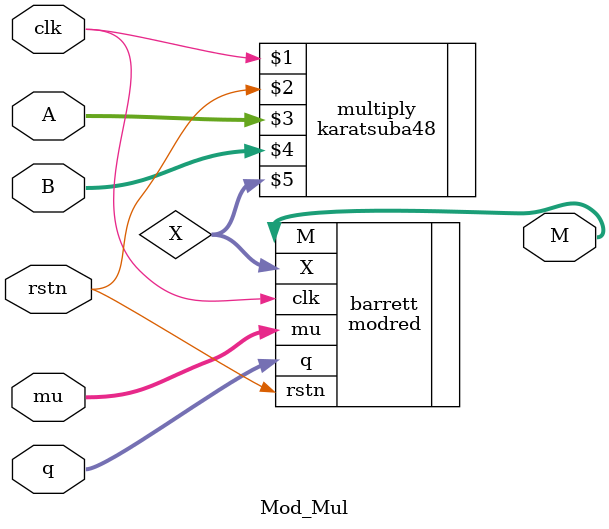
<source format=v>
`timescale 1ns / 1ps


module Mod_Mul
    #(parameter BW = 48)
    (
        input clk,
        input rstn,
        input [BW - 1:0] A,  // Operand A
        input [BW - 1:0] B,  // Operand B
        input [BW - 1:0] q,
        input [BW + 1:0] mu,
        output [BW - 1:0] M
    );

    wire [2*BW - 1:0] X;
    
    // integer multiplication
    karatsuba48 multiply(clk, rstn, A, B, X);
    
    // barrett reduction
    modred #(BW) barrett (
        .clk(clk),
        .rstn(rstn),
        .X(X),
        .q(q),
        .mu(mu),
        .M(M)
    );
endmodule

</source>
